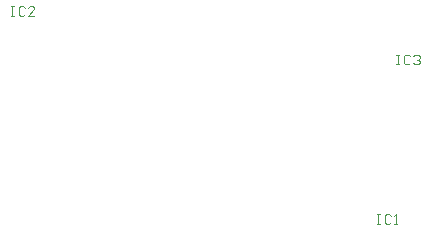
<source format=gto>
G04*
G04 #@! TF.GenerationSoftware,Altium Limited,Altium Designer,19.1.7 (138)*
G04*
G04 Layer_Color=65535*
%FSLAX25Y25*%
%MOIN*%
G70*
G01*
G75*
%ADD10C,0.00394*%
D10*
X8900Y332775D02*
X9950D01*
X9425D01*
Y329626D01*
X8900D01*
X9950D01*
X13623Y332250D02*
X13098Y332775D01*
X12049D01*
X11524Y332250D01*
Y330151D01*
X12049Y329626D01*
X13098D01*
X13623Y330151D01*
X16771Y329626D02*
X14672D01*
X16771Y331725D01*
Y332250D01*
X16247Y332775D01*
X15197D01*
X14672Y332250D01*
X130900Y263375D02*
X131949D01*
X131425D01*
Y260226D01*
X130900D01*
X131949D01*
X135623Y262850D02*
X135098Y263375D01*
X134049D01*
X133524Y262850D01*
Y260751D01*
X134049Y260226D01*
X135098D01*
X135623Y260751D01*
X136672Y260226D02*
X137722D01*
X137197D01*
Y263375D01*
X136672Y262850D01*
X137300Y316575D02*
X138349D01*
X137825D01*
Y313426D01*
X137300D01*
X138349D01*
X142023Y316050D02*
X141498Y316575D01*
X140449D01*
X139924Y316050D01*
Y313951D01*
X140449Y313426D01*
X141498D01*
X142023Y313951D01*
X143072Y316050D02*
X143597Y316575D01*
X144647D01*
X145171Y316050D01*
Y315525D01*
X144647Y315000D01*
X144122D01*
X144647D01*
X145171Y314475D01*
Y313951D01*
X144647Y313426D01*
X143597D01*
X143072Y313951D01*
M02*

</source>
